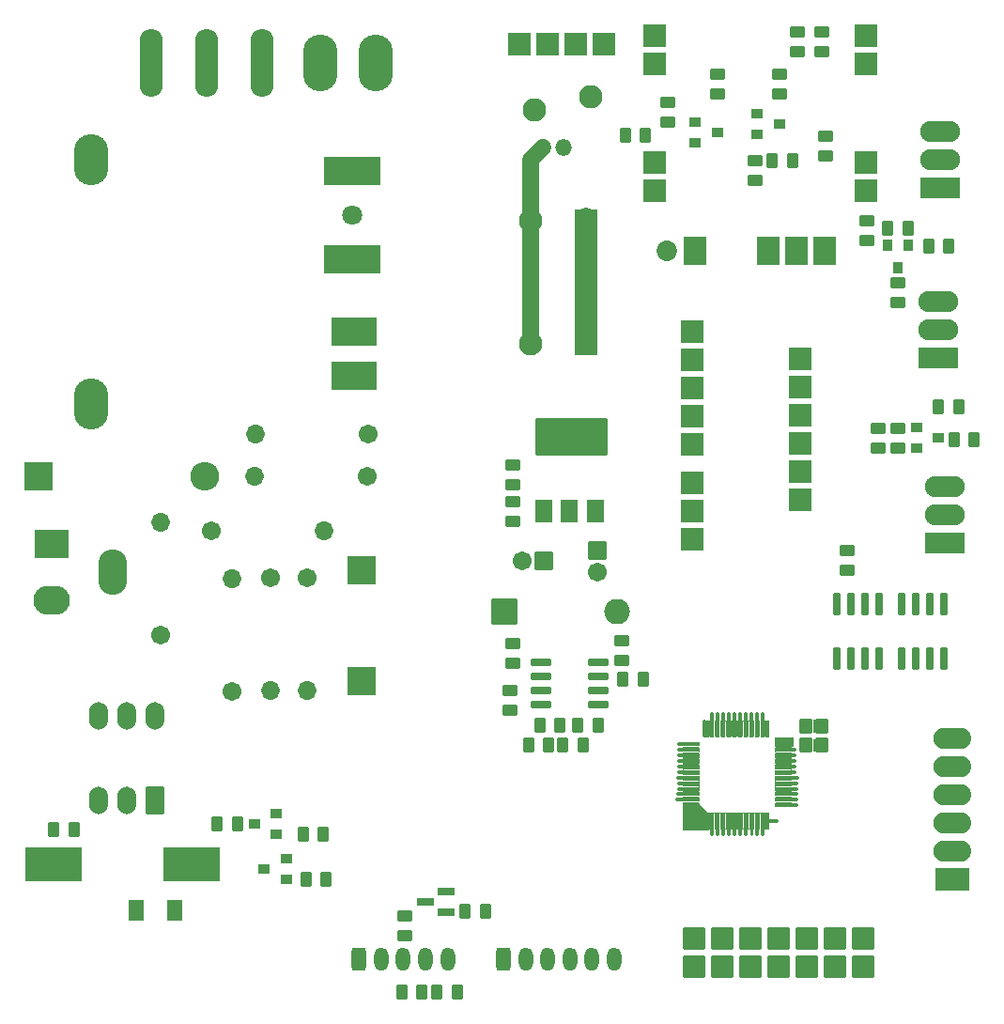
<source format=gts>
G04 #@! TF.GenerationSoftware,KiCad,Pcbnew,(6.0.1)*
G04 #@! TF.CreationDate,2022-02-14T21:07:25+01:00*
G04 #@! TF.ProjectId,hotair-soldering-station-main-pcb ,686f7461-6972-42d7-936f-6c646572696e,rev?*
G04 #@! TF.SameCoordinates,Original*
G04 #@! TF.FileFunction,Soldermask,Top*
G04 #@! TF.FilePolarity,Negative*
%FSLAX46Y46*%
G04 Gerber Fmt 4.6, Leading zero omitted, Abs format (unit mm)*
G04 Created by KiCad (PCBNEW (6.0.1)) date 2022-02-14 21:07:25*
%MOMM*%
%LPD*%
G01*
G04 APERTURE LIST*
G04 Aperture macros list*
%AMRoundRect*
0 Rectangle with rounded corners*
0 $1 Rounding radius*
0 $2 $3 $4 $5 $6 $7 $8 $9 X,Y pos of 4 corners*
0 Add a 4 corners polygon primitive as box body*
4,1,4,$2,$3,$4,$5,$6,$7,$8,$9,$2,$3,0*
0 Add four circle primitives for the rounded corners*
1,1,$1+$1,$2,$3*
1,1,$1+$1,$4,$5*
1,1,$1+$1,$6,$7*
1,1,$1+$1,$8,$9*
0 Add four rect primitives between the rounded corners*
20,1,$1+$1,$2,$3,$4,$5,0*
20,1,$1+$1,$4,$5,$6,$7,0*
20,1,$1+$1,$6,$7,$8,$9,0*
20,1,$1+$1,$8,$9,$2,$3,0*%
G04 Aperture macros list end*
%ADD10C,0.280000*%
%ADD11C,0.300000*%
%ADD12C,0.100000*%
%ADD13C,1.500000*%
%ADD14C,2.000000*%
%ADD15RoundRect,0.101600X-0.398780X-0.599440X0.398780X-0.599440X0.398780X0.599440X-0.398780X0.599440X0*%
%ADD16RoundRect,0.101600X0.599440X-0.398780X0.599440X0.398780X-0.599440X0.398780X-0.599440X-0.398780X0*%
%ADD17RoundRect,0.101600X0.398780X0.599440X-0.398780X0.599440X-0.398780X-0.599440X0.398780X-0.599440X0*%
%ADD18RoundRect,0.051000X0.450000X0.400000X-0.450000X0.400000X-0.450000X-0.400000X0.450000X-0.400000X0*%
%ADD19RoundRect,0.051000X-0.400000X0.450000X-0.400000X-0.450000X0.400000X-0.450000X0.400000X0.450000X0*%
%ADD20RoundRect,0.101600X-0.599440X0.398780X-0.599440X-0.398780X0.599440X-0.398780X0.599440X0.398780X0*%
%ADD21RoundRect,0.051000X0.750000X-1.000000X0.750000X1.000000X-0.750000X1.000000X-0.750000X-1.000000X0*%
%ADD22RoundRect,0.051000X1.900000X-1.000000X1.900000X1.000000X-1.900000X1.000000X-1.900000X-1.000000X0*%
%ADD23RoundRect,0.051000X0.650000X0.850000X-0.650000X0.850000X-0.650000X-0.850000X0.650000X-0.850000X0*%
%ADD24RoundRect,0.051000X-0.450000X-0.400000X0.450000X-0.400000X0.450000X0.400000X-0.450000X0.400000X0*%
%ADD25RoundRect,0.201000X-0.150000X0.825000X-0.150000X-0.825000X0.150000X-0.825000X0.150000X0.825000X0*%
%ADD26RoundRect,0.201000X-0.725000X-0.150000X0.725000X-0.150000X0.725000X0.150000X-0.725000X0.150000X0*%
%ADD27RoundRect,0.126000X0.075000X-0.662500X0.075000X0.662500X-0.075000X0.662500X-0.075000X-0.662500X0*%
%ADD28RoundRect,0.126000X0.662500X-0.075000X0.662500X0.075000X-0.662500X0.075000X-0.662500X-0.075000X0*%
%ADD29RoundRect,0.101600X-0.499110X0.549910X-0.499110X-0.549910X0.499110X-0.549910X0.499110X0.549910X0*%
%ADD30RoundRect,0.201000X0.587500X0.150000X-0.587500X0.150000X-0.587500X-0.150000X0.587500X-0.150000X0*%
%ADD31O,3.102000X5.102000*%
%ADD32RoundRect,0.051000X-1.000000X-1.000000X1.000000X-1.000000X1.000000X1.000000X-1.000000X1.000000X0*%
%ADD33RoundRect,0.051000X1.000000X1.000000X-1.000000X1.000000X-1.000000X-1.000000X1.000000X-1.000000X0*%
%ADD34RoundRect,0.051000X0.800000X0.800000X-0.800000X0.800000X-0.800000X-0.800000X0.800000X-0.800000X0*%
%ADD35C,1.702000*%
%ADD36RoundRect,0.051000X-1.100000X-1.100000X1.100000X-1.100000X1.100000X1.100000X-1.100000X1.100000X0*%
%ADD37O,2.302000X2.302000*%
%ADD38RoundRect,0.051000X-0.800000X0.800000X-0.800000X-0.800000X0.800000X-0.800000X0.800000X0.800000X0*%
%ADD39C,1.502000*%
%ADD40O,1.502000X1.502000*%
%ADD41RoundRect,0.051000X0.800000X-1.200000X0.800000X1.200000X-0.800000X1.200000X-0.800000X-1.200000X0*%
%ADD42O,1.702000X2.502000*%
%ADD43O,1.702000X1.702000*%
%ADD44RoundRect,0.051000X-1.500000X1.250000X-1.500000X-1.250000X1.500000X-1.250000X1.500000X1.250000X0*%
%ADD45O,2.602000X4.102000*%
%ADD46O,3.302000X2.602000*%
%ADD47RoundRect,0.051000X-1.500000X-1.000000X1.500000X-1.000000X1.500000X1.000000X-1.500000X1.000000X0*%
%ADD48O,3.402000X1.902000*%
%ADD49RoundRect,0.051000X-1.000000X1.000000X-1.000000X-1.000000X1.000000X-1.000000X1.000000X1.000000X0*%
%ADD50RoundRect,0.051000X1.750000X-0.900000X1.750000X0.900000X-1.750000X0.900000X-1.750000X-0.900000X0*%
%ADD51O,3.602000X1.902000*%
%ADD52RoundRect,0.051000X-2.500000X-1.500000X2.500000X-1.500000X2.500000X1.500000X-2.500000X1.500000X0*%
%ADD53RoundRect,0.051000X2.000000X-1.250000X2.000000X1.250000X-2.000000X1.250000X-2.000000X-1.250000X0*%
%ADD54RoundRect,0.051000X1.000000X1.250000X-1.000000X1.250000X-1.000000X-1.250000X1.000000X-1.250000X0*%
%ADD55C,1.800000*%
%ADD56RoundRect,0.051000X2.500000X-1.250000X2.500000X1.250000X-2.500000X1.250000X-2.500000X-1.250000X0*%
%ADD57C,2.102000*%
%ADD58C,1.852000*%
%ADD59RoundRect,0.051000X-0.950000X0.950000X-0.950000X-0.950000X0.950000X-0.950000X0.950000X0.950000X0*%
%ADD60O,3.102000X4.602000*%
%ADD61O,2.602000X2.602000*%
%ADD62RoundRect,0.051000X1.250000X1.250000X-1.250000X1.250000X-1.250000X-1.250000X1.250000X-1.250000X0*%
%ADD63RoundRect,0.051000X1.250000X-1.250000X1.250000X1.250000X-1.250000X1.250000X-1.250000X-1.250000X0*%
%ADD64O,2.102000X6.102000*%
%ADD65C,2.112000*%
%ADD66RoundRect,0.301000X-0.350000X-0.750000X0.350000X-0.750000X0.350000X0.750000X-0.350000X0.750000X0*%
%ADD67O,1.302000X2.102000*%
G04 APERTURE END LIST*
D10*
X64710000Y-58720000D02*
X70980000Y-58720000D01*
X70980000Y-58720000D02*
X70980000Y-55590000D01*
X70980000Y-55590000D02*
X64710000Y-55590000D01*
X64710000Y-55590000D02*
X64710000Y-58720000D01*
G36*
X64710000Y-58720000D02*
G01*
X70980000Y-58720000D01*
X70980000Y-55590000D01*
X64710000Y-55590000D01*
X64710000Y-58720000D01*
G37*
D11*
X79820000Y-83440600D02*
X79820000Y-84120000D01*
X79830000Y-82830600D02*
X79830000Y-83389400D01*
X80560000Y-82120600D02*
X80560000Y-82679400D01*
X81050000Y-82120600D02*
X81050000Y-82679400D01*
X81550000Y-82130600D02*
X81550000Y-82689400D01*
X82050000Y-82150600D02*
X82050000Y-82709400D01*
X82560000Y-82160600D02*
X82560000Y-82719400D01*
X83050000Y-82170600D02*
X83050000Y-82729400D01*
X83550000Y-82170600D02*
X83550000Y-82729400D01*
X84050000Y-82180600D02*
X84050000Y-82739400D01*
X84560000Y-82180600D02*
X84560000Y-82739400D01*
X85050000Y-82180600D02*
X85050000Y-82739400D01*
X78099400Y-85880000D02*
X77540600Y-85880000D01*
X88138000Y-89880000D02*
X87579200Y-89880000D01*
X87934800Y-86880000D02*
X87426800Y-86880000D01*
D12*
X80187800Y-91084400D02*
X80187800Y-92583000D01*
X80187800Y-92583000D02*
X77876400Y-92583000D01*
X77876400Y-92583000D02*
X77901800Y-90246200D01*
X77901800Y-90246200D02*
X79349600Y-90246200D01*
X79349600Y-90246200D02*
X80187800Y-91084400D01*
G36*
X80187800Y-91084400D02*
G01*
X80187800Y-92583000D01*
X77876400Y-92583000D01*
X77901800Y-90246200D01*
X79349600Y-90246200D01*
X80187800Y-91084400D01*
G37*
X80187800Y-91084400D02*
X80187800Y-92583000D01*
X77876400Y-92583000D01*
X77901800Y-90246200D01*
X79349600Y-90246200D01*
X80187800Y-91084400D01*
D11*
X87985600Y-86380000D02*
X87376000Y-86380000D01*
X88220000Y-87880000D02*
X87452200Y-87880000D01*
X85060000Y-92964000D02*
X85060000Y-92456000D01*
X83058000Y-92964000D02*
X83058000Y-92405200D01*
X77927200Y-84880000D02*
X77571600Y-84880000D01*
X77520800Y-88880000D02*
X78130400Y-88880000D01*
D10*
X84074000Y-92964000D02*
X84074000Y-92405200D01*
D11*
X83560000Y-92960000D02*
X83560000Y-92452000D01*
X77470000Y-87880000D02*
X78130400Y-87880000D01*
X77571600Y-88380000D02*
X78079600Y-88380000D01*
D13*
X64160400Y-48818800D02*
X64211200Y-32207200D01*
D11*
X88138000Y-89380000D02*
X87579200Y-89380000D01*
D14*
X69189600Y-48742600D02*
X69189600Y-37515800D01*
D11*
X81560000Y-92964000D02*
X81560000Y-92405200D01*
D12*
X86233000Y-84228000D02*
X87812400Y-84228000D01*
X87812400Y-84228000D02*
X87812400Y-85013800D01*
X87812400Y-85013800D02*
X86233000Y-85013800D01*
X86233000Y-85013800D02*
X86233000Y-84228000D01*
G36*
X86233000Y-84228000D02*
G01*
X87812400Y-84228000D01*
X87812400Y-85013800D01*
X86233000Y-85013800D01*
X86233000Y-84228000D01*
G37*
D11*
X77520800Y-87376000D02*
X78079600Y-87376000D01*
X85638800Y-91820000D02*
X86350000Y-91820000D01*
X87960200Y-87380000D02*
X87401400Y-87380000D01*
X77469800Y-89380000D02*
X78130200Y-89380000D01*
X80550000Y-92506800D02*
X80550000Y-92964000D01*
X88138000Y-88880000D02*
X87579200Y-88880000D01*
X87985600Y-85877400D02*
X87477600Y-85877400D01*
X78079600Y-86880000D02*
X77571600Y-86880000D01*
X77419200Y-89880000D02*
X78079600Y-89880000D01*
X87985600Y-85380000D02*
X87528400Y-85380000D01*
X81050000Y-92964000D02*
X81050000Y-92456000D01*
D13*
X64211200Y-32207200D02*
X65278000Y-31089600D01*
D11*
X77978000Y-85380000D02*
X77571600Y-85380000D01*
X82050000Y-92964000D02*
X82050000Y-92354400D01*
X84560000Y-92964000D02*
X84560000Y-92405200D01*
X78129400Y-86380000D02*
X77570600Y-86380000D01*
X88138000Y-88380000D02*
X87528400Y-88380000D01*
X87020400Y-90380000D02*
X88138000Y-90380000D01*
X82550000Y-92964000D02*
X82550000Y-92456000D01*
D10*
X64710000Y-58720000D02*
X70980000Y-58720000D01*
X70980000Y-58720000D02*
X70980000Y-55590000D01*
X70980000Y-55590000D02*
X64710000Y-55590000D01*
X64710000Y-55590000D02*
X64710000Y-58720000D01*
G36*
X64710000Y-58720000D02*
G01*
X70980000Y-58720000D01*
X70980000Y-55590000D01*
X64710000Y-55590000D01*
X64710000Y-58720000D01*
G37*
D11*
X79820000Y-83440600D02*
X79820000Y-84120000D01*
X79830000Y-82830600D02*
X79830000Y-83389400D01*
X80560000Y-82120600D02*
X80560000Y-82679400D01*
X81050000Y-82120600D02*
X81050000Y-82679400D01*
X81550000Y-82130600D02*
X81550000Y-82689400D01*
X82050000Y-82150600D02*
X82050000Y-82709400D01*
X82560000Y-82160600D02*
X82560000Y-82719400D01*
X83050000Y-82170600D02*
X83050000Y-82729400D01*
X83550000Y-82170600D02*
X83550000Y-82729400D01*
X84050000Y-82180600D02*
X84050000Y-82739400D01*
X84560000Y-82180600D02*
X84560000Y-82739400D01*
X85050000Y-82180600D02*
X85050000Y-82739400D01*
X78099400Y-85880000D02*
X77540600Y-85880000D01*
X88138000Y-89880000D02*
X87579200Y-89880000D01*
X87934800Y-86880000D02*
X87426800Y-86880000D01*
D12*
X80187800Y-91084400D02*
X80187800Y-92583000D01*
X80187800Y-92583000D02*
X77876400Y-92583000D01*
X77876400Y-92583000D02*
X77901800Y-90246200D01*
X77901800Y-90246200D02*
X79349600Y-90246200D01*
X79349600Y-90246200D02*
X80187800Y-91084400D01*
G36*
X80187800Y-91084400D02*
G01*
X80187800Y-92583000D01*
X77876400Y-92583000D01*
X77901800Y-90246200D01*
X79349600Y-90246200D01*
X80187800Y-91084400D01*
G37*
X80187800Y-91084400D02*
X80187800Y-92583000D01*
X77876400Y-92583000D01*
X77901800Y-90246200D01*
X79349600Y-90246200D01*
X80187800Y-91084400D01*
D11*
X87985600Y-86380000D02*
X87376000Y-86380000D01*
X88220000Y-87880000D02*
X87452200Y-87880000D01*
X85060000Y-92964000D02*
X85060000Y-92456000D01*
X83058000Y-92964000D02*
X83058000Y-92405200D01*
X77927200Y-84880000D02*
X77571600Y-84880000D01*
X77520800Y-88880000D02*
X78130400Y-88880000D01*
D10*
X84074000Y-92964000D02*
X84074000Y-92405200D01*
D11*
X83560000Y-92960000D02*
X83560000Y-92452000D01*
X77470000Y-87880000D02*
X78130400Y-87880000D01*
X77571600Y-88380000D02*
X78079600Y-88380000D01*
D13*
X64160400Y-48818800D02*
X64211200Y-32207200D01*
D11*
X88138000Y-89380000D02*
X87579200Y-89380000D01*
D14*
X69189600Y-48742600D02*
X69189600Y-37515800D01*
D11*
X81560000Y-92964000D02*
X81560000Y-92405200D01*
D12*
X86233000Y-84228000D02*
X87812400Y-84228000D01*
X87812400Y-84228000D02*
X87812400Y-85013800D01*
X87812400Y-85013800D02*
X86233000Y-85013800D01*
X86233000Y-85013800D02*
X86233000Y-84228000D01*
G36*
X86233000Y-84228000D02*
G01*
X87812400Y-84228000D01*
X87812400Y-85013800D01*
X86233000Y-85013800D01*
X86233000Y-84228000D01*
G37*
D11*
X77520800Y-87376000D02*
X78079600Y-87376000D01*
X85638800Y-91820000D02*
X86350000Y-91820000D01*
X87960200Y-87380000D02*
X87401400Y-87380000D01*
X77469800Y-89380000D02*
X78130200Y-89380000D01*
X80550000Y-92506800D02*
X80550000Y-92964000D01*
X88138000Y-88880000D02*
X87579200Y-88880000D01*
X87985600Y-85877400D02*
X87477600Y-85877400D01*
X78079600Y-86880000D02*
X77571600Y-86880000D01*
X77419200Y-89880000D02*
X78079600Y-89880000D01*
X87985600Y-85380000D02*
X87528400Y-85380000D01*
X81050000Y-92964000D02*
X81050000Y-92456000D01*
D13*
X64211200Y-32207200D02*
X65278000Y-31089600D01*
D11*
X77978000Y-85380000D02*
X77571600Y-85380000D01*
X82050000Y-92964000D02*
X82050000Y-92354400D01*
X84560000Y-92964000D02*
X84560000Y-92405200D01*
X78129400Y-86380000D02*
X77570600Y-86380000D01*
X88138000Y-88380000D02*
X87528400Y-88380000D01*
X87020400Y-90380000D02*
X88138000Y-90380000D01*
X82550000Y-92964000D02*
X82550000Y-92456000D01*
D15*
X43931840Y-97028000D03*
X45730160Y-97028000D03*
D16*
X62611000Y-77617320D03*
X62611000Y-75819000D03*
D17*
X37729160Y-92075000D03*
X35930840Y-92075000D03*
D18*
X42148000Y-97089000D03*
X42148000Y-95189000D03*
X40148000Y-96139000D03*
X41259000Y-93025000D03*
X41259000Y-91125000D03*
X39259000Y-92075000D03*
D17*
X45476160Y-92964000D03*
X43677840Y-92964000D03*
D16*
X72390000Y-77353160D03*
X72390000Y-75554840D03*
D15*
X96382840Y-38354000D03*
X98181160Y-38354000D03*
D19*
X98232000Y-39894000D03*
X96332000Y-39894000D03*
X97282000Y-41894000D03*
D16*
X97282000Y-45095160D03*
X97282000Y-43296840D03*
D15*
X100065840Y-40005000D03*
X101864160Y-40005000D03*
D20*
X94488000Y-37708840D03*
X94488000Y-39507160D03*
D21*
X65391000Y-63856000D03*
D22*
X67691000Y-57556000D03*
D21*
X67691000Y-63856000D03*
X69991000Y-63856000D03*
D20*
X62611000Y-62981840D03*
X62611000Y-64780160D03*
X62611000Y-59679840D03*
X62611000Y-61478160D03*
D23*
X32103000Y-99822000D03*
X28603000Y-99822000D03*
D17*
X22997160Y-92583000D03*
X21198840Y-92583000D03*
D16*
X76581000Y-28839160D03*
X76581000Y-27040840D03*
X90424000Y-22489160D03*
X90424000Y-20690840D03*
D15*
X63997840Y-84912200D03*
X65796160Y-84912200D03*
D17*
X68894960Y-84912200D03*
X67096640Y-84912200D03*
D24*
X79010000Y-28768000D03*
X79010000Y-30668000D03*
X81010000Y-29718000D03*
X84598000Y-28006000D03*
X84598000Y-29906000D03*
X86598000Y-28956000D03*
X98949000Y-56327000D03*
X98949000Y-58227000D03*
X100949000Y-57277000D03*
D20*
X92710000Y-67426840D03*
X92710000Y-69225160D03*
D15*
X72735440Y-29997400D03*
X74533760Y-29997400D03*
D20*
X81026000Y-24500840D03*
X81026000Y-26299160D03*
X86614000Y-24500840D03*
X86614000Y-26299160D03*
X84455000Y-32247840D03*
X84455000Y-34046160D03*
D17*
X87767160Y-32258000D03*
X85968840Y-32258000D03*
D20*
X90805000Y-30088840D03*
X90805000Y-31887160D03*
X88265000Y-20690840D03*
X88265000Y-22489160D03*
D16*
X62357000Y-81798160D03*
X62357000Y-79999840D03*
D17*
X66812160Y-83185000D03*
X65013840Y-83185000D03*
D20*
X95504000Y-56377840D03*
X95504000Y-58176160D03*
D16*
X97282000Y-58176160D03*
X97282000Y-56377840D03*
D17*
X102753160Y-54483000D03*
X100954840Y-54483000D03*
X104175560Y-57404000D03*
X102377240Y-57404000D03*
D15*
X68442840Y-83185000D03*
X70241160Y-83185000D03*
X72506840Y-78994000D03*
X74305160Y-78994000D03*
D25*
X95631000Y-72201000D03*
X94361000Y-72201000D03*
X93091000Y-72201000D03*
X91821000Y-72201000D03*
X91821000Y-77151000D03*
X93091000Y-77151000D03*
X94361000Y-77151000D03*
X95631000Y-77151000D03*
X101473000Y-72201000D03*
X100203000Y-72201000D03*
X98933000Y-72201000D03*
X97663000Y-72201000D03*
X97663000Y-77151000D03*
X98933000Y-77151000D03*
X100203000Y-77151000D03*
X101473000Y-77151000D03*
D26*
X65116000Y-77470000D03*
X65116000Y-78740000D03*
X65116000Y-80010000D03*
X65116000Y-81280000D03*
X70266000Y-81280000D03*
X70266000Y-80010000D03*
X70266000Y-78740000D03*
X70266000Y-77470000D03*
D27*
X80054000Y-91792500D03*
X80554000Y-91792500D03*
X81054000Y-91792500D03*
X81554000Y-91792500D03*
X82054000Y-91792500D03*
X82554000Y-91792500D03*
X83054000Y-91792500D03*
X83554000Y-91792500D03*
X84054000Y-91792500D03*
X84554000Y-91792500D03*
X85054000Y-91792500D03*
X85554000Y-91792500D03*
D28*
X86966500Y-90380000D03*
X86966500Y-89880000D03*
X86966500Y-89380000D03*
X86966500Y-88880000D03*
X86966500Y-88380000D03*
X86966500Y-87880000D03*
X86966500Y-87380000D03*
X86966500Y-86880000D03*
X86966500Y-86380000D03*
X86966500Y-85880000D03*
X86966500Y-85380000D03*
X86966500Y-84880000D03*
D27*
X85554000Y-83467500D03*
X85054000Y-83467500D03*
X84554000Y-83467500D03*
X84054000Y-83467500D03*
X83554000Y-83467500D03*
X83054000Y-83467500D03*
X82554000Y-83467500D03*
X82054000Y-83467500D03*
X81554000Y-83467500D03*
X81054000Y-83467500D03*
X80554000Y-83467500D03*
X80054000Y-83467500D03*
D28*
X78641500Y-84880000D03*
X78641500Y-85380000D03*
X78641500Y-85880000D03*
X78641500Y-86380000D03*
X78641500Y-86880000D03*
X78641500Y-87380000D03*
X78641500Y-87880000D03*
X78641500Y-88380000D03*
X78641500Y-88880000D03*
X78641500Y-89380000D03*
X78641500Y-89880000D03*
X78641500Y-90380000D03*
D29*
X90424000Y-83225640D03*
X90424000Y-84922360D03*
D15*
X52567840Y-107188000D03*
X54366160Y-107188000D03*
D16*
X52832000Y-102118160D03*
X52832000Y-100319840D03*
D15*
X55742840Y-107188000D03*
X57541160Y-107188000D03*
X58282840Y-99949000D03*
X60081160Y-99949000D03*
D30*
X56563500Y-100010000D03*
X56563500Y-98110000D03*
X54688500Y-99060000D03*
D29*
X89027000Y-83225640D03*
X89027000Y-84922360D03*
D31*
X45220000Y-23473400D03*
X50220000Y-23473400D03*
D32*
X75361800Y-23571200D03*
X75361800Y-21031200D03*
X75361800Y-32461200D03*
X75361800Y-35001200D03*
X94411800Y-23571200D03*
X94411800Y-21031200D03*
X94411800Y-35001200D03*
X94411800Y-32461200D03*
D33*
X70766000Y-21742000D03*
X68226000Y-21742000D03*
X65686000Y-21742000D03*
X63146000Y-21742000D03*
D34*
X65379600Y-68376800D03*
D35*
X63379600Y-68376800D03*
D36*
X61849000Y-72948800D03*
D37*
X72009000Y-72948800D03*
D38*
X70231000Y-67391500D03*
D35*
X70231000Y-69391500D03*
D39*
X65262000Y-31115000D03*
D40*
X67162000Y-31115000D03*
D41*
X30305000Y-89914000D03*
D42*
X27765000Y-89914000D03*
X25225000Y-89914000D03*
X25225000Y-82294000D03*
X27765000Y-82294000D03*
X30305000Y-82294000D03*
D35*
X30861000Y-75057000D03*
D43*
X30861000Y-64897000D03*
D44*
X21004200Y-66827400D03*
D45*
X26492200Y-69367400D03*
D46*
X21004200Y-71907400D03*
D47*
X102235000Y-97028000D03*
D48*
X102235000Y-94488000D03*
X102235000Y-91948000D03*
X102235000Y-89408000D03*
X102235000Y-86868000D03*
X102235000Y-84328000D03*
D49*
X88456000Y-50103000D03*
X88456000Y-52643000D03*
X88456000Y-55183000D03*
X88456000Y-57723000D03*
X88456000Y-60263000D03*
X88456000Y-62803000D03*
D50*
X100909000Y-50038000D03*
D51*
X100909000Y-47498000D03*
X100909000Y-44958000D03*
D52*
X21153000Y-95687000D03*
X33653000Y-95687000D03*
D53*
X48260000Y-51689000D03*
X48260000Y-47729000D03*
D54*
X90638000Y-40369000D03*
X88138000Y-40369000D03*
X85638000Y-40369000D03*
D55*
X48133000Y-37188000D03*
D56*
X48133000Y-41148000D03*
X48133000Y-33228000D03*
D33*
X69175000Y-37719000D03*
D57*
X64175000Y-37719000D03*
D54*
X78974000Y-40369000D03*
D58*
X76474000Y-40369000D03*
D59*
X78949500Y-102367500D03*
X81489500Y-102367500D03*
X84029500Y-102367500D03*
X86569500Y-102367500D03*
X89109500Y-102367500D03*
X91649500Y-102367500D03*
X94189500Y-102367500D03*
X94189500Y-104907500D03*
X91649500Y-104907500D03*
X89109500Y-104907500D03*
X86569500Y-104907500D03*
X84029500Y-104907500D03*
X81489500Y-104907500D03*
X78949500Y-104907500D03*
D60*
X24536000Y-54180000D03*
X24536000Y-32180000D03*
D61*
X34798000Y-60756800D03*
D62*
X19798000Y-60756800D03*
D63*
X48945800Y-79197200D03*
X48945800Y-69197200D03*
D64*
X39957000Y-23463000D03*
X34957000Y-23463000D03*
X29957000Y-23463000D03*
D65*
X69596000Y-26543000D03*
X64496000Y-27743000D03*
D50*
X101475500Y-66751200D03*
D51*
X101475500Y-64211200D03*
X101475500Y-61671200D03*
D35*
X44069000Y-69900800D03*
D43*
X44069000Y-80060800D03*
D35*
X35413000Y-65659000D03*
D43*
X45573000Y-65659000D03*
D35*
X49550000Y-56896000D03*
D43*
X39390000Y-56896000D03*
D35*
X49423000Y-60706000D03*
D43*
X39263000Y-60706000D03*
D35*
X40690800Y-69900800D03*
D43*
X40690800Y-80060800D03*
D35*
X37261800Y-80111600D03*
D43*
X37261800Y-69951600D03*
D33*
X69175000Y-48768000D03*
D57*
X64175000Y-48768000D03*
D50*
X101092000Y-34696400D03*
D51*
X101092000Y-32156400D03*
X101092000Y-29616400D03*
D49*
X78754000Y-61282000D03*
X78754000Y-63822000D03*
X78754000Y-66362000D03*
D66*
X61722000Y-104267000D03*
D67*
X63722000Y-104267000D03*
X65722000Y-104267000D03*
X67722000Y-104267000D03*
X69722000Y-104267000D03*
X71722000Y-104267000D03*
D66*
X48705000Y-104225000D03*
D67*
X50705000Y-104225000D03*
X52705000Y-104225000D03*
X54705000Y-104225000D03*
X56705000Y-104225000D03*
D49*
X78754000Y-47693000D03*
X78754000Y-50233000D03*
X78754000Y-52773000D03*
X78754000Y-55313000D03*
X78754000Y-57853000D03*
G36*
X83722693Y-91044460D02*
G01*
X83735425Y-91052967D01*
X83801789Y-91073747D01*
X83872589Y-91052958D01*
X83885307Y-91044460D01*
X83887303Y-91044329D01*
X83888414Y-91045992D01*
X83888081Y-91047234D01*
X83864476Y-91082561D01*
X83855000Y-91130199D01*
X83855000Y-92454801D01*
X83864476Y-92502439D01*
X83888081Y-92537766D01*
X83888212Y-92539762D01*
X83886549Y-92540873D01*
X83885307Y-92540540D01*
X83872575Y-92532033D01*
X83806211Y-92511253D01*
X83735411Y-92532042D01*
X83722693Y-92540540D01*
X83720697Y-92540671D01*
X83719586Y-92539008D01*
X83719919Y-92537766D01*
X83743524Y-92502439D01*
X83753000Y-92454801D01*
X83753000Y-91130199D01*
X83743524Y-91082561D01*
X83719919Y-91047234D01*
X83719788Y-91045238D01*
X83721451Y-91044127D01*
X83722693Y-91044460D01*
G37*
G36*
X82222693Y-91044460D02*
G01*
X82235425Y-91052967D01*
X82301789Y-91073747D01*
X82372589Y-91052958D01*
X82385307Y-91044460D01*
X82387303Y-91044329D01*
X82388414Y-91045992D01*
X82388081Y-91047234D01*
X82364476Y-91082561D01*
X82355000Y-91130199D01*
X82355000Y-92454801D01*
X82364476Y-92502439D01*
X82388081Y-92537766D01*
X82388212Y-92539762D01*
X82386549Y-92540873D01*
X82385307Y-92540540D01*
X82372575Y-92532033D01*
X82306211Y-92511253D01*
X82235411Y-92532042D01*
X82222693Y-92540540D01*
X82220697Y-92540671D01*
X82219586Y-92539008D01*
X82219919Y-92537766D01*
X82243524Y-92502439D01*
X82253000Y-92454801D01*
X82253000Y-91130199D01*
X82243524Y-91082561D01*
X82219919Y-91047234D01*
X82219788Y-91045238D01*
X82221451Y-91044127D01*
X82222693Y-91044460D01*
G37*
G36*
X84722693Y-91044460D02*
G01*
X84735425Y-91052967D01*
X84801789Y-91073747D01*
X84872589Y-91052958D01*
X84885307Y-91044460D01*
X84887303Y-91044329D01*
X84888414Y-91045992D01*
X84888081Y-91047234D01*
X84864476Y-91082561D01*
X84855000Y-91130199D01*
X84855000Y-92454801D01*
X84864476Y-92502439D01*
X84888081Y-92537766D01*
X84888212Y-92539762D01*
X84886549Y-92540873D01*
X84885307Y-92540540D01*
X84872575Y-92532033D01*
X84806211Y-92511253D01*
X84735411Y-92532042D01*
X84722693Y-92540540D01*
X84720697Y-92540671D01*
X84719586Y-92539008D01*
X84719919Y-92537766D01*
X84743524Y-92502439D01*
X84753000Y-92454801D01*
X84753000Y-91130199D01*
X84743524Y-91082561D01*
X84719919Y-91047234D01*
X84719788Y-91045238D01*
X84721451Y-91044127D01*
X84722693Y-91044460D01*
G37*
G36*
X85222693Y-91044460D02*
G01*
X85235425Y-91052967D01*
X85301789Y-91073747D01*
X85372589Y-91052958D01*
X85385307Y-91044460D01*
X85387303Y-91044329D01*
X85388414Y-91045992D01*
X85388081Y-91047234D01*
X85364476Y-91082561D01*
X85355000Y-91130199D01*
X85355000Y-92454801D01*
X85364476Y-92502439D01*
X85388081Y-92537766D01*
X85388212Y-92539762D01*
X85386549Y-92540873D01*
X85385307Y-92540540D01*
X85372575Y-92532033D01*
X85306211Y-92511253D01*
X85235411Y-92532042D01*
X85222693Y-92540540D01*
X85220697Y-92540671D01*
X85219586Y-92539008D01*
X85219919Y-92537766D01*
X85243524Y-92502439D01*
X85253000Y-92454801D01*
X85253000Y-91130199D01*
X85243524Y-91082561D01*
X85219919Y-91047234D01*
X85219788Y-91045238D01*
X85221451Y-91044127D01*
X85222693Y-91044460D01*
G37*
G36*
X80222693Y-91044460D02*
G01*
X80235425Y-91052967D01*
X80301789Y-91073747D01*
X80372589Y-91052958D01*
X80385307Y-91044460D01*
X80387303Y-91044329D01*
X80388414Y-91045992D01*
X80388081Y-91047234D01*
X80364476Y-91082561D01*
X80355000Y-91130199D01*
X80355000Y-92454801D01*
X80364476Y-92502439D01*
X80388081Y-92537766D01*
X80388212Y-92539762D01*
X80386549Y-92540873D01*
X80385307Y-92540540D01*
X80372575Y-92532033D01*
X80306211Y-92511253D01*
X80235411Y-92532042D01*
X80222693Y-92540540D01*
X80220697Y-92540671D01*
X80219586Y-92539008D01*
X80219919Y-92537766D01*
X80243524Y-92502439D01*
X80253000Y-92454801D01*
X80253000Y-91130199D01*
X80243524Y-91082561D01*
X80219919Y-91047234D01*
X80219788Y-91045238D01*
X80221451Y-91044127D01*
X80222693Y-91044460D01*
G37*
G36*
X81222693Y-91044460D02*
G01*
X81235425Y-91052967D01*
X81301789Y-91073747D01*
X81372589Y-91052958D01*
X81385307Y-91044460D01*
X81387303Y-91044329D01*
X81388414Y-91045992D01*
X81388081Y-91047234D01*
X81364476Y-91082561D01*
X81355000Y-91130199D01*
X81355000Y-92454801D01*
X81364476Y-92502439D01*
X81388081Y-92537766D01*
X81388212Y-92539762D01*
X81386549Y-92540873D01*
X81385307Y-92540540D01*
X81372575Y-92532033D01*
X81306211Y-92511253D01*
X81235411Y-92532042D01*
X81222693Y-92540540D01*
X81220697Y-92540671D01*
X81219586Y-92539008D01*
X81219919Y-92537766D01*
X81243524Y-92502439D01*
X81253000Y-92454801D01*
X81253000Y-91130199D01*
X81243524Y-91082561D01*
X81219919Y-91047234D01*
X81219788Y-91045238D01*
X81221451Y-91044127D01*
X81222693Y-91044460D01*
G37*
G36*
X80722693Y-91044460D02*
G01*
X80735425Y-91052967D01*
X80801789Y-91073747D01*
X80872589Y-91052958D01*
X80885307Y-91044460D01*
X80887303Y-91044329D01*
X80888414Y-91045992D01*
X80888081Y-91047234D01*
X80864476Y-91082561D01*
X80855000Y-91130199D01*
X80855000Y-92454801D01*
X80864476Y-92502439D01*
X80888081Y-92537766D01*
X80888212Y-92539762D01*
X80886549Y-92540873D01*
X80885307Y-92540540D01*
X80872575Y-92532033D01*
X80806211Y-92511253D01*
X80735411Y-92532042D01*
X80722693Y-92540540D01*
X80720697Y-92540671D01*
X80719586Y-92539008D01*
X80719919Y-92537766D01*
X80743524Y-92502439D01*
X80753000Y-92454801D01*
X80753000Y-91130199D01*
X80743524Y-91082561D01*
X80719919Y-91047234D01*
X80719788Y-91045238D01*
X80721451Y-91044127D01*
X80722693Y-91044460D01*
G37*
G36*
X81722693Y-91044460D02*
G01*
X81735425Y-91052967D01*
X81801789Y-91073747D01*
X81872589Y-91052958D01*
X81885307Y-91044460D01*
X81887303Y-91044329D01*
X81888414Y-91045992D01*
X81888081Y-91047234D01*
X81864476Y-91082561D01*
X81855000Y-91130199D01*
X81855000Y-92454801D01*
X81864476Y-92502439D01*
X81888081Y-92537766D01*
X81888212Y-92539762D01*
X81886549Y-92540873D01*
X81885307Y-92540540D01*
X81872575Y-92532033D01*
X81806211Y-92511253D01*
X81735411Y-92532042D01*
X81722693Y-92540540D01*
X81720697Y-92540671D01*
X81719586Y-92539008D01*
X81719919Y-92537766D01*
X81743524Y-92502439D01*
X81753000Y-92454801D01*
X81753000Y-91130199D01*
X81743524Y-91082561D01*
X81719919Y-91047234D01*
X81719788Y-91045238D01*
X81721451Y-91044127D01*
X81722693Y-91044460D01*
G37*
G36*
X82722693Y-91044460D02*
G01*
X82735425Y-91052967D01*
X82801789Y-91073747D01*
X82872589Y-91052958D01*
X82885307Y-91044460D01*
X82887303Y-91044329D01*
X82888414Y-91045992D01*
X82888081Y-91047234D01*
X82864476Y-91082561D01*
X82855000Y-91130199D01*
X82855000Y-92454801D01*
X82864476Y-92502439D01*
X82888081Y-92537766D01*
X82888212Y-92539762D01*
X82886549Y-92540873D01*
X82885307Y-92540540D01*
X82872575Y-92532033D01*
X82806211Y-92511253D01*
X82735411Y-92532042D01*
X82722693Y-92540540D01*
X82720697Y-92540671D01*
X82719586Y-92539008D01*
X82719919Y-92537766D01*
X82743524Y-92502439D01*
X82753000Y-92454801D01*
X82753000Y-91130199D01*
X82743524Y-91082561D01*
X82719919Y-91047234D01*
X82719788Y-91045238D01*
X82721451Y-91044127D01*
X82722693Y-91044460D01*
G37*
G36*
X84222693Y-91044460D02*
G01*
X84235425Y-91052967D01*
X84301789Y-91073747D01*
X84372589Y-91052958D01*
X84385307Y-91044460D01*
X84387303Y-91044329D01*
X84388414Y-91045992D01*
X84388081Y-91047234D01*
X84364476Y-91082561D01*
X84355000Y-91130199D01*
X84355000Y-92454801D01*
X84364476Y-92502439D01*
X84388081Y-92537766D01*
X84388212Y-92539762D01*
X84386549Y-92540873D01*
X84385307Y-92540540D01*
X84372575Y-92532033D01*
X84306211Y-92511253D01*
X84235411Y-92532042D01*
X84222693Y-92540540D01*
X84220697Y-92540671D01*
X84219586Y-92539008D01*
X84219919Y-92537766D01*
X84243524Y-92502439D01*
X84253000Y-92454801D01*
X84253000Y-91130199D01*
X84243524Y-91082561D01*
X84219919Y-91047234D01*
X84219788Y-91045238D01*
X84221451Y-91044127D01*
X84222693Y-91044460D01*
G37*
G36*
X83222693Y-91044460D02*
G01*
X83235425Y-91052967D01*
X83301789Y-91073747D01*
X83372589Y-91052958D01*
X83385307Y-91044460D01*
X83387303Y-91044329D01*
X83388414Y-91045992D01*
X83388081Y-91047234D01*
X83364476Y-91082561D01*
X83355000Y-91130199D01*
X83355000Y-92454801D01*
X83364476Y-92502439D01*
X83388081Y-92537766D01*
X83388212Y-92539762D01*
X83386549Y-92540873D01*
X83385307Y-92540540D01*
X83372575Y-92532033D01*
X83306211Y-92511253D01*
X83235411Y-92532042D01*
X83222693Y-92540540D01*
X83220697Y-92540671D01*
X83219586Y-92539008D01*
X83219919Y-92537766D01*
X83243524Y-92502439D01*
X83253000Y-92454801D01*
X83253000Y-91130199D01*
X83243524Y-91082561D01*
X83219919Y-91047234D01*
X83219788Y-91045238D01*
X83221451Y-91044127D01*
X83222693Y-91044460D01*
G37*
G36*
X77896234Y-90045919D02*
G01*
X77931561Y-90069524D01*
X77979199Y-90079000D01*
X79303801Y-90079000D01*
X79351439Y-90069524D01*
X79386766Y-90045919D01*
X79388762Y-90045788D01*
X79389873Y-90047451D01*
X79389540Y-90048693D01*
X79381033Y-90061425D01*
X79360253Y-90127789D01*
X79381042Y-90198589D01*
X79389540Y-90211307D01*
X79389671Y-90213303D01*
X79388008Y-90214414D01*
X79386766Y-90214081D01*
X79351439Y-90190476D01*
X79303801Y-90181000D01*
X77979199Y-90181000D01*
X77931561Y-90190476D01*
X77896234Y-90214081D01*
X77894238Y-90214212D01*
X77893127Y-90212549D01*
X77893460Y-90211307D01*
X77901967Y-90198575D01*
X77922747Y-90132211D01*
X77901958Y-90061411D01*
X77893460Y-90048693D01*
X77893329Y-90046697D01*
X77894992Y-90045586D01*
X77896234Y-90045919D01*
G37*
G36*
X86221234Y-90045919D02*
G01*
X86256561Y-90069524D01*
X86304199Y-90079000D01*
X87628801Y-90079000D01*
X87676439Y-90069524D01*
X87711766Y-90045919D01*
X87713762Y-90045788D01*
X87714873Y-90047451D01*
X87714540Y-90048693D01*
X87706033Y-90061425D01*
X87685253Y-90127789D01*
X87706042Y-90198589D01*
X87714540Y-90211307D01*
X87714671Y-90213303D01*
X87713008Y-90214414D01*
X87711766Y-90214081D01*
X87676439Y-90190476D01*
X87628801Y-90181000D01*
X86304199Y-90181000D01*
X86256561Y-90190476D01*
X86221234Y-90214081D01*
X86219238Y-90214212D01*
X86218127Y-90212549D01*
X86218460Y-90211307D01*
X86226967Y-90198575D01*
X86247747Y-90132211D01*
X86226958Y-90061411D01*
X86218460Y-90048693D01*
X86218329Y-90046697D01*
X86219992Y-90045586D01*
X86221234Y-90045919D01*
G37*
G36*
X77896234Y-89545919D02*
G01*
X77931561Y-89569524D01*
X77979199Y-89579000D01*
X79303801Y-89579000D01*
X79351439Y-89569524D01*
X79386766Y-89545919D01*
X79388762Y-89545788D01*
X79389873Y-89547451D01*
X79389540Y-89548693D01*
X79381033Y-89561425D01*
X79360253Y-89627789D01*
X79381042Y-89698589D01*
X79389540Y-89711307D01*
X79389671Y-89713303D01*
X79388008Y-89714414D01*
X79386766Y-89714081D01*
X79351439Y-89690476D01*
X79303801Y-89681000D01*
X77979199Y-89681000D01*
X77931561Y-89690476D01*
X77896234Y-89714081D01*
X77894238Y-89714212D01*
X77893127Y-89712549D01*
X77893460Y-89711307D01*
X77901967Y-89698575D01*
X77922747Y-89632211D01*
X77901958Y-89561411D01*
X77893460Y-89548693D01*
X77893329Y-89546697D01*
X77894992Y-89545586D01*
X77896234Y-89545919D01*
G37*
G36*
X86221234Y-89545919D02*
G01*
X86256561Y-89569524D01*
X86304199Y-89579000D01*
X87628801Y-89579000D01*
X87676439Y-89569524D01*
X87711766Y-89545919D01*
X87713762Y-89545788D01*
X87714873Y-89547451D01*
X87714540Y-89548693D01*
X87706033Y-89561425D01*
X87685253Y-89627789D01*
X87706042Y-89698589D01*
X87714540Y-89711307D01*
X87714671Y-89713303D01*
X87713008Y-89714414D01*
X87711766Y-89714081D01*
X87676439Y-89690476D01*
X87628801Y-89681000D01*
X86304199Y-89681000D01*
X86256561Y-89690476D01*
X86221234Y-89714081D01*
X86219238Y-89714212D01*
X86218127Y-89712549D01*
X86218460Y-89711307D01*
X86226967Y-89698575D01*
X86247747Y-89632211D01*
X86226958Y-89561411D01*
X86218460Y-89548693D01*
X86218329Y-89546697D01*
X86219992Y-89545586D01*
X86221234Y-89545919D01*
G37*
G36*
X86221234Y-89045919D02*
G01*
X86256561Y-89069524D01*
X86304199Y-89079000D01*
X87628801Y-89079000D01*
X87676439Y-89069524D01*
X87711766Y-89045919D01*
X87713762Y-89045788D01*
X87714873Y-89047451D01*
X87714540Y-89048693D01*
X87706033Y-89061425D01*
X87685253Y-89127789D01*
X87706042Y-89198589D01*
X87714540Y-89211307D01*
X87714671Y-89213303D01*
X87713008Y-89214414D01*
X87711766Y-89214081D01*
X87676439Y-89190476D01*
X87628801Y-89181000D01*
X86304199Y-89181000D01*
X86256561Y-89190476D01*
X86221234Y-89214081D01*
X86219238Y-89214212D01*
X86218127Y-89212549D01*
X86218460Y-89211307D01*
X86226967Y-89198575D01*
X86247747Y-89132211D01*
X86226958Y-89061411D01*
X86218460Y-89048693D01*
X86218329Y-89046697D01*
X86219992Y-89045586D01*
X86221234Y-89045919D01*
G37*
G36*
X77896234Y-89045919D02*
G01*
X77931561Y-89069524D01*
X77979199Y-89079000D01*
X79303801Y-89079000D01*
X79351439Y-89069524D01*
X79386766Y-89045919D01*
X79388762Y-89045788D01*
X79389873Y-89047451D01*
X79389540Y-89048693D01*
X79381033Y-89061425D01*
X79360253Y-89127789D01*
X79381042Y-89198589D01*
X79389540Y-89211307D01*
X79389671Y-89213303D01*
X79388008Y-89214414D01*
X79386766Y-89214081D01*
X79351439Y-89190476D01*
X79303801Y-89181000D01*
X77979199Y-89181000D01*
X77931561Y-89190476D01*
X77896234Y-89214081D01*
X77894238Y-89214212D01*
X77893127Y-89212549D01*
X77893460Y-89211307D01*
X77901967Y-89198575D01*
X77922747Y-89132211D01*
X77901958Y-89061411D01*
X77893460Y-89048693D01*
X77893329Y-89046697D01*
X77894992Y-89045586D01*
X77896234Y-89045919D01*
G37*
G36*
X86221234Y-88545919D02*
G01*
X86256561Y-88569524D01*
X86304199Y-88579000D01*
X87628801Y-88579000D01*
X87676439Y-88569524D01*
X87711766Y-88545919D01*
X87713762Y-88545788D01*
X87714873Y-88547451D01*
X87714540Y-88548693D01*
X87706033Y-88561425D01*
X87685253Y-88627789D01*
X87706042Y-88698589D01*
X87714540Y-88711307D01*
X87714671Y-88713303D01*
X87713008Y-88714414D01*
X87711766Y-88714081D01*
X87676439Y-88690476D01*
X87628801Y-88681000D01*
X86304199Y-88681000D01*
X86256561Y-88690476D01*
X86221234Y-88714081D01*
X86219238Y-88714212D01*
X86218127Y-88712549D01*
X86218460Y-88711307D01*
X86226967Y-88698575D01*
X86247747Y-88632211D01*
X86226958Y-88561411D01*
X86218460Y-88548693D01*
X86218329Y-88546697D01*
X86219992Y-88545586D01*
X86221234Y-88545919D01*
G37*
G36*
X77896234Y-88545919D02*
G01*
X77931561Y-88569524D01*
X77979199Y-88579000D01*
X79303801Y-88579000D01*
X79351439Y-88569524D01*
X79386766Y-88545919D01*
X79388762Y-88545788D01*
X79389873Y-88547451D01*
X79389540Y-88548693D01*
X79381033Y-88561425D01*
X79360253Y-88627789D01*
X79381042Y-88698589D01*
X79389540Y-88711307D01*
X79389671Y-88713303D01*
X79388008Y-88714414D01*
X79386766Y-88714081D01*
X79351439Y-88690476D01*
X79303801Y-88681000D01*
X77979199Y-88681000D01*
X77931561Y-88690476D01*
X77896234Y-88714081D01*
X77894238Y-88714212D01*
X77893127Y-88712549D01*
X77893460Y-88711307D01*
X77901967Y-88698575D01*
X77922747Y-88632211D01*
X77901958Y-88561411D01*
X77893460Y-88548693D01*
X77893329Y-88546697D01*
X77894992Y-88545586D01*
X77896234Y-88545919D01*
G37*
G36*
X86221234Y-88045919D02*
G01*
X86256561Y-88069524D01*
X86304199Y-88079000D01*
X87628801Y-88079000D01*
X87676439Y-88069524D01*
X87711766Y-88045919D01*
X87713762Y-88045788D01*
X87714873Y-88047451D01*
X87714540Y-88048693D01*
X87706033Y-88061425D01*
X87685253Y-88127789D01*
X87706042Y-88198589D01*
X87714540Y-88211307D01*
X87714671Y-88213303D01*
X87713008Y-88214414D01*
X87711766Y-88214081D01*
X87676439Y-88190476D01*
X87628801Y-88181000D01*
X86304199Y-88181000D01*
X86256561Y-88190476D01*
X86221234Y-88214081D01*
X86219238Y-88214212D01*
X86218127Y-88212549D01*
X86218460Y-88211307D01*
X86226967Y-88198575D01*
X86247747Y-88132211D01*
X86226958Y-88061411D01*
X86218460Y-88048693D01*
X86218329Y-88046697D01*
X86219992Y-88045586D01*
X86221234Y-88045919D01*
G37*
G36*
X77896234Y-88045919D02*
G01*
X77931561Y-88069524D01*
X77979199Y-88079000D01*
X79303801Y-88079000D01*
X79351439Y-88069524D01*
X79386766Y-88045919D01*
X79388762Y-88045788D01*
X79389873Y-88047451D01*
X79389540Y-88048693D01*
X79381033Y-88061425D01*
X79360253Y-88127789D01*
X79381042Y-88198589D01*
X79389540Y-88211307D01*
X79389671Y-88213303D01*
X79388008Y-88214414D01*
X79386766Y-88214081D01*
X79351439Y-88190476D01*
X79303801Y-88181000D01*
X77979199Y-88181000D01*
X77931561Y-88190476D01*
X77896234Y-88214081D01*
X77894238Y-88214212D01*
X77893127Y-88212549D01*
X77893460Y-88211307D01*
X77901967Y-88198575D01*
X77922747Y-88132211D01*
X77901958Y-88061411D01*
X77893460Y-88048693D01*
X77893329Y-88046697D01*
X77894992Y-88045586D01*
X77896234Y-88045919D01*
G37*
G36*
X77896234Y-87545919D02*
G01*
X77931561Y-87569524D01*
X77979199Y-87579000D01*
X79303801Y-87579000D01*
X79351439Y-87569524D01*
X79386766Y-87545919D01*
X79388762Y-87545788D01*
X79389873Y-87547451D01*
X79389540Y-87548693D01*
X79381033Y-87561425D01*
X79360253Y-87627789D01*
X79381042Y-87698589D01*
X79389540Y-87711307D01*
X79389671Y-87713303D01*
X79388008Y-87714414D01*
X79386766Y-87714081D01*
X79351439Y-87690476D01*
X79303801Y-87681000D01*
X77979199Y-87681000D01*
X77931561Y-87690476D01*
X77896234Y-87714081D01*
X77894238Y-87714212D01*
X77893127Y-87712549D01*
X77893460Y-87711307D01*
X77901967Y-87698575D01*
X77922747Y-87632211D01*
X77901958Y-87561411D01*
X77893460Y-87548693D01*
X77893329Y-87546697D01*
X77894992Y-87545586D01*
X77896234Y-87545919D01*
G37*
G36*
X86221234Y-87545919D02*
G01*
X86256561Y-87569524D01*
X86304199Y-87579000D01*
X87628801Y-87579000D01*
X87676439Y-87569524D01*
X87711766Y-87545919D01*
X87713762Y-87545788D01*
X87714873Y-87547451D01*
X87714540Y-87548693D01*
X87706033Y-87561425D01*
X87685253Y-87627789D01*
X87706042Y-87698589D01*
X87714540Y-87711307D01*
X87714671Y-87713303D01*
X87713008Y-87714414D01*
X87711766Y-87714081D01*
X87676439Y-87690476D01*
X87628801Y-87681000D01*
X86304199Y-87681000D01*
X86256561Y-87690476D01*
X86221234Y-87714081D01*
X86219238Y-87714212D01*
X86218127Y-87712549D01*
X86218460Y-87711307D01*
X86226967Y-87698575D01*
X86247747Y-87632211D01*
X86226958Y-87561411D01*
X86218460Y-87548693D01*
X86218329Y-87546697D01*
X86219992Y-87545586D01*
X86221234Y-87545919D01*
G37*
G36*
X86221234Y-87045919D02*
G01*
X86256561Y-87069524D01*
X86304199Y-87079000D01*
X87628801Y-87079000D01*
X87676439Y-87069524D01*
X87711766Y-87045919D01*
X87713762Y-87045788D01*
X87714873Y-87047451D01*
X87714540Y-87048693D01*
X87706033Y-87061425D01*
X87685253Y-87127789D01*
X87706042Y-87198589D01*
X87714540Y-87211307D01*
X87714671Y-87213303D01*
X87713008Y-87214414D01*
X87711766Y-87214081D01*
X87676439Y-87190476D01*
X87628801Y-87181000D01*
X86304199Y-87181000D01*
X86256561Y-87190476D01*
X86221234Y-87214081D01*
X86219238Y-87214212D01*
X86218127Y-87212549D01*
X86218460Y-87211307D01*
X86226967Y-87198575D01*
X86247747Y-87132211D01*
X86226958Y-87061411D01*
X86218460Y-87048693D01*
X86218329Y-87046697D01*
X86219992Y-87045586D01*
X86221234Y-87045919D01*
G37*
G36*
X77896234Y-87045919D02*
G01*
X77931561Y-87069524D01*
X77979199Y-87079000D01*
X79303801Y-87079000D01*
X79351439Y-87069524D01*
X79386766Y-87045919D01*
X79388762Y-87045788D01*
X79389873Y-87047451D01*
X79389540Y-87048693D01*
X79381033Y-87061425D01*
X79360253Y-87127789D01*
X79381042Y-87198589D01*
X79389540Y-87211307D01*
X79389671Y-87213303D01*
X79388008Y-87214414D01*
X79386766Y-87214081D01*
X79351439Y-87190476D01*
X79303801Y-87181000D01*
X77979199Y-87181000D01*
X77931561Y-87190476D01*
X77896234Y-87214081D01*
X77894238Y-87214212D01*
X77893127Y-87212549D01*
X77893460Y-87211307D01*
X77901967Y-87198575D01*
X77922747Y-87132211D01*
X77901958Y-87061411D01*
X77893460Y-87048693D01*
X77893329Y-87046697D01*
X77894992Y-87045586D01*
X77896234Y-87045919D01*
G37*
G36*
X77896234Y-86545919D02*
G01*
X77931561Y-86569524D01*
X77979199Y-86579000D01*
X79303801Y-86579000D01*
X79351439Y-86569524D01*
X79386766Y-86545919D01*
X79388762Y-86545788D01*
X79389873Y-86547451D01*
X79389540Y-86548693D01*
X79381033Y-86561425D01*
X79360253Y-86627789D01*
X79381042Y-86698589D01*
X79389540Y-86711307D01*
X79389671Y-86713303D01*
X79388008Y-86714414D01*
X79386766Y-86714081D01*
X79351439Y-86690476D01*
X79303801Y-86681000D01*
X77979199Y-86681000D01*
X77931561Y-86690476D01*
X77896234Y-86714081D01*
X77894238Y-86714212D01*
X77893127Y-86712549D01*
X77893460Y-86711307D01*
X77901967Y-86698575D01*
X77922747Y-86632211D01*
X77901958Y-86561411D01*
X77893460Y-86548693D01*
X77893329Y-86546697D01*
X77894992Y-86545586D01*
X77896234Y-86545919D01*
G37*
G36*
X86221234Y-86545919D02*
G01*
X86256561Y-86569524D01*
X86304199Y-86579000D01*
X87628801Y-86579000D01*
X87676439Y-86569524D01*
X87711766Y-86545919D01*
X87713762Y-86545788D01*
X87714873Y-86547451D01*
X87714540Y-86548693D01*
X87706033Y-86561425D01*
X87685253Y-86627789D01*
X87706042Y-86698589D01*
X87714540Y-86711307D01*
X87714671Y-86713303D01*
X87713008Y-86714414D01*
X87711766Y-86714081D01*
X87676439Y-86690476D01*
X87628801Y-86681000D01*
X86304199Y-86681000D01*
X86256561Y-86690476D01*
X86221234Y-86714081D01*
X86219238Y-86714212D01*
X86218127Y-86712549D01*
X86218460Y-86711307D01*
X86226967Y-86698575D01*
X86247747Y-86632211D01*
X86226958Y-86561411D01*
X86218460Y-86548693D01*
X86218329Y-86546697D01*
X86219992Y-86545586D01*
X86221234Y-86545919D01*
G37*
G36*
X86221234Y-86045919D02*
G01*
X86256561Y-86069524D01*
X86304199Y-86079000D01*
X87628801Y-86079000D01*
X87676439Y-86069524D01*
X87711766Y-86045919D01*
X87713762Y-86045788D01*
X87714873Y-86047451D01*
X87714540Y-86048693D01*
X87706033Y-86061425D01*
X87685253Y-86127789D01*
X87706042Y-86198589D01*
X87714540Y-86211307D01*
X87714671Y-86213303D01*
X87713008Y-86214414D01*
X87711766Y-86214081D01*
X87676439Y-86190476D01*
X87628801Y-86181000D01*
X86304199Y-86181000D01*
X86256561Y-86190476D01*
X86221234Y-86214081D01*
X86219238Y-86214212D01*
X86218127Y-86212549D01*
X86218460Y-86211307D01*
X86226967Y-86198575D01*
X86247747Y-86132211D01*
X86226958Y-86061411D01*
X86218460Y-86048693D01*
X86218329Y-86046697D01*
X86219992Y-86045586D01*
X86221234Y-86045919D01*
G37*
G36*
X77896234Y-86045919D02*
G01*
X77931561Y-86069524D01*
X77979199Y-86079000D01*
X79303801Y-86079000D01*
X79351439Y-86069524D01*
X79386766Y-86045919D01*
X79388762Y-86045788D01*
X79389873Y-86047451D01*
X79389540Y-86048693D01*
X79381033Y-86061425D01*
X79360253Y-86127789D01*
X79381042Y-86198589D01*
X79389540Y-86211307D01*
X79389671Y-86213303D01*
X79388008Y-86214414D01*
X79386766Y-86214081D01*
X79351439Y-86190476D01*
X79303801Y-86181000D01*
X77979199Y-86181000D01*
X77931561Y-86190476D01*
X77896234Y-86214081D01*
X77894238Y-86214212D01*
X77893127Y-86212549D01*
X77893460Y-86211307D01*
X77901967Y-86198575D01*
X77922747Y-86132211D01*
X77901958Y-86061411D01*
X77893460Y-86048693D01*
X77893329Y-86046697D01*
X77894992Y-86045586D01*
X77896234Y-86045919D01*
G37*
G36*
X77896234Y-85545919D02*
G01*
X77931561Y-85569524D01*
X77979199Y-85579000D01*
X79303801Y-85579000D01*
X79351439Y-85569524D01*
X79386766Y-85545919D01*
X79388762Y-85545788D01*
X79389873Y-85547451D01*
X79389540Y-85548693D01*
X79381033Y-85561425D01*
X79360253Y-85627789D01*
X79381042Y-85698589D01*
X79389540Y-85711307D01*
X79389671Y-85713303D01*
X79388008Y-85714414D01*
X79386766Y-85714081D01*
X79351439Y-85690476D01*
X79303801Y-85681000D01*
X77979199Y-85681000D01*
X77931561Y-85690476D01*
X77896234Y-85714081D01*
X77894238Y-85714212D01*
X77893127Y-85712549D01*
X77893460Y-85711307D01*
X77901967Y-85698575D01*
X77922747Y-85632211D01*
X77901958Y-85561411D01*
X77893460Y-85548693D01*
X77893329Y-85546697D01*
X77894992Y-85545586D01*
X77896234Y-85545919D01*
G37*
G36*
X86221234Y-85545919D02*
G01*
X86256561Y-85569524D01*
X86304199Y-85579000D01*
X87628801Y-85579000D01*
X87676439Y-85569524D01*
X87711766Y-85545919D01*
X87713762Y-85545788D01*
X87714873Y-85547451D01*
X87714540Y-85548693D01*
X87706033Y-85561425D01*
X87685253Y-85627789D01*
X87706042Y-85698589D01*
X87714540Y-85711307D01*
X87714671Y-85713303D01*
X87713008Y-85714414D01*
X87711766Y-85714081D01*
X87676439Y-85690476D01*
X87628801Y-85681000D01*
X86304199Y-85681000D01*
X86256561Y-85690476D01*
X86221234Y-85714081D01*
X86219238Y-85714212D01*
X86218127Y-85712549D01*
X86218460Y-85711307D01*
X86226967Y-85698575D01*
X86247747Y-85632211D01*
X86226958Y-85561411D01*
X86218460Y-85548693D01*
X86218329Y-85546697D01*
X86219992Y-85545586D01*
X86221234Y-85545919D01*
G37*
G36*
X89831594Y-84338840D02*
G01*
X89831762Y-84340114D01*
X89825290Y-84372649D01*
X89825290Y-85472071D01*
X89831762Y-85504606D01*
X89831119Y-85506500D01*
X89829157Y-85506890D01*
X89828137Y-85506107D01*
X89827931Y-85505799D01*
X89774556Y-85461192D01*
X89705840Y-85452559D01*
X89643210Y-85482524D01*
X89623161Y-85505661D01*
X89622863Y-85506107D01*
X89621069Y-85506992D01*
X89619406Y-85505880D01*
X89619238Y-85504606D01*
X89625710Y-85472071D01*
X89625710Y-84372649D01*
X89619238Y-84340114D01*
X89619881Y-84338220D01*
X89621843Y-84337830D01*
X89622863Y-84338613D01*
X89623069Y-84338921D01*
X89676444Y-84383528D01*
X89745160Y-84392161D01*
X89807790Y-84362196D01*
X89827839Y-84339059D01*
X89828137Y-84338613D01*
X89829931Y-84337728D01*
X89831594Y-84338840D01*
G37*
G36*
X77896234Y-85045919D02*
G01*
X77931561Y-85069524D01*
X77979199Y-85079000D01*
X79303801Y-85079000D01*
X79351439Y-85069524D01*
X79386766Y-85045919D01*
X79388762Y-85045788D01*
X79389873Y-85047451D01*
X79389540Y-85048693D01*
X79381033Y-85061425D01*
X79360253Y-85127789D01*
X79381042Y-85198589D01*
X79389540Y-85211307D01*
X79389671Y-85213303D01*
X79388008Y-85214414D01*
X79386766Y-85214081D01*
X79351439Y-85190476D01*
X79303801Y-85181000D01*
X77979199Y-85181000D01*
X77931561Y-85190476D01*
X77896234Y-85214081D01*
X77894238Y-85214212D01*
X77893127Y-85212549D01*
X77893460Y-85211307D01*
X77901967Y-85198575D01*
X77922747Y-85132211D01*
X77901958Y-85061411D01*
X77893460Y-85048693D01*
X77893329Y-85046697D01*
X77894992Y-85045586D01*
X77896234Y-85045919D01*
G37*
G36*
X86221234Y-85045919D02*
G01*
X86256561Y-85069524D01*
X86304199Y-85079000D01*
X87628801Y-85079000D01*
X87676439Y-85069524D01*
X87711766Y-85045919D01*
X87713762Y-85045788D01*
X87714873Y-85047451D01*
X87714540Y-85048693D01*
X87706033Y-85061425D01*
X87685253Y-85127789D01*
X87706042Y-85198589D01*
X87714540Y-85211307D01*
X87714671Y-85213303D01*
X87713008Y-85214414D01*
X87711766Y-85214081D01*
X87676439Y-85190476D01*
X87628801Y-85181000D01*
X86304199Y-85181000D01*
X86256561Y-85190476D01*
X86221234Y-85214081D01*
X86219238Y-85214212D01*
X86218127Y-85212549D01*
X86218460Y-85211307D01*
X86226967Y-85198575D01*
X86247747Y-85132211D01*
X86226958Y-85061411D01*
X86218460Y-85048693D01*
X86218329Y-85046697D01*
X86219992Y-85045586D01*
X86221234Y-85045919D01*
G37*
G36*
X82722693Y-82719460D02*
G01*
X82735425Y-82727967D01*
X82801789Y-82748747D01*
X82872589Y-82727958D01*
X82885307Y-82719460D01*
X82887303Y-82719329D01*
X82888414Y-82720992D01*
X82888081Y-82722234D01*
X82864476Y-82757561D01*
X82855000Y-82805199D01*
X82855000Y-84129801D01*
X82864476Y-84177439D01*
X82888081Y-84212766D01*
X82888212Y-84214762D01*
X82886549Y-84215873D01*
X82885307Y-84215540D01*
X82872575Y-84207033D01*
X82806211Y-84186253D01*
X82735411Y-84207042D01*
X82722693Y-84215540D01*
X82720697Y-84215671D01*
X82719586Y-84214008D01*
X82719919Y-84212766D01*
X82743524Y-84177439D01*
X82753000Y-84129801D01*
X82753000Y-82805199D01*
X82743524Y-82757561D01*
X82719919Y-82722234D01*
X82719788Y-82720238D01*
X82721451Y-82719127D01*
X82722693Y-82719460D01*
G37*
G36*
X84222693Y-82719460D02*
G01*
X84235425Y-82727967D01*
X84301789Y-82748747D01*
X84372589Y-82727958D01*
X84385307Y-82719460D01*
X84387303Y-82719329D01*
X84388414Y-82720992D01*
X84388081Y-82722234D01*
X84364476Y-82757561D01*
X84355000Y-82805199D01*
X84355000Y-84129801D01*
X84364476Y-84177439D01*
X84388081Y-84212766D01*
X84388212Y-84214762D01*
X84386549Y-84215873D01*
X84385307Y-84215540D01*
X84372575Y-84207033D01*
X84306211Y-84186253D01*
X84235411Y-84207042D01*
X84222693Y-84215540D01*
X84220697Y-84215671D01*
X84219586Y-84214008D01*
X84219919Y-84212766D01*
X84243524Y-84177439D01*
X84253000Y-84129801D01*
X84253000Y-82805199D01*
X84243524Y-82757561D01*
X84219919Y-82722234D01*
X84219788Y-82720238D01*
X84221451Y-82719127D01*
X84222693Y-82719460D01*
G37*
G36*
X83722693Y-82719460D02*
G01*
X83735425Y-82727967D01*
X83801789Y-82748747D01*
X83872589Y-82727958D01*
X83885307Y-82719460D01*
X83887303Y-82719329D01*
X83888414Y-82720992D01*
X83888081Y-82722234D01*
X83864476Y-82757561D01*
X83855000Y-82805199D01*
X83855000Y-84129801D01*
X83864476Y-84177439D01*
X83888081Y-84212766D01*
X83888212Y-84214762D01*
X83886549Y-84215873D01*
X83885307Y-84215540D01*
X83872575Y-84207033D01*
X83806211Y-84186253D01*
X83735411Y-84207042D01*
X83722693Y-84215540D01*
X83720697Y-84215671D01*
X83719586Y-84214008D01*
X83719919Y-84212766D01*
X83743524Y-84177439D01*
X83753000Y-84129801D01*
X83753000Y-82805199D01*
X83743524Y-82757561D01*
X83719919Y-82722234D01*
X83719788Y-82720238D01*
X83721451Y-82719127D01*
X83722693Y-82719460D01*
G37*
G36*
X81722693Y-82719460D02*
G01*
X81735425Y-82727967D01*
X81801789Y-82748747D01*
X81872589Y-82727958D01*
X81885307Y-82719460D01*
X81887303Y-82719329D01*
X81888414Y-82720992D01*
X81888081Y-82722234D01*
X81864476Y-82757561D01*
X81855000Y-82805199D01*
X81855000Y-84129801D01*
X81864476Y-84177439D01*
X81888081Y-84212766D01*
X81888212Y-84214762D01*
X81886549Y-84215873D01*
X81885307Y-84215540D01*
X81872575Y-84207033D01*
X81806211Y-84186253D01*
X81735411Y-84207042D01*
X81722693Y-84215540D01*
X81720697Y-84215671D01*
X81719586Y-84214008D01*
X81719919Y-84212766D01*
X81743524Y-84177439D01*
X81753000Y-84129801D01*
X81753000Y-82805199D01*
X81743524Y-82757561D01*
X81719919Y-82722234D01*
X81719788Y-82720238D01*
X81721451Y-82719127D01*
X81722693Y-82719460D01*
G37*
G36*
X81222693Y-82719460D02*
G01*
X81235425Y-82727967D01*
X81301789Y-82748747D01*
X81372589Y-82727958D01*
X81385307Y-82719460D01*
X81387303Y-82719329D01*
X81388414Y-82720992D01*
X81388081Y-82722234D01*
X81364476Y-82757561D01*
X81355000Y-82805199D01*
X81355000Y-84129801D01*
X81364476Y-84177439D01*
X81388081Y-84212766D01*
X81388212Y-84214762D01*
X81386549Y-84215873D01*
X81385307Y-84215540D01*
X81372575Y-84207033D01*
X81306211Y-84186253D01*
X81235411Y-84207042D01*
X81222693Y-84215540D01*
X81220697Y-84215671D01*
X81219586Y-84214008D01*
X81219919Y-84212766D01*
X81243524Y-84177439D01*
X81253000Y-84129801D01*
X81253000Y-82805199D01*
X81243524Y-82757561D01*
X81219919Y-82722234D01*
X81219788Y-82720238D01*
X81221451Y-82719127D01*
X81222693Y-82719460D01*
G37*
G36*
X82222693Y-82719460D02*
G01*
X82235425Y-82727967D01*
X82301789Y-82748747D01*
X82372589Y-82727958D01*
X82385307Y-82719460D01*
X82387303Y-82719329D01*
X82388414Y-82720992D01*
X82388081Y-82722234D01*
X82364476Y-82757561D01*
X82355000Y-82805199D01*
X82355000Y-84129801D01*
X82364476Y-84177439D01*
X82388081Y-84212766D01*
X82388212Y-84214762D01*
X82386549Y-84215873D01*
X82385307Y-84215540D01*
X82372575Y-84207033D01*
X82306211Y-84186253D01*
X82235411Y-84207042D01*
X82222693Y-84215540D01*
X82220697Y-84215671D01*
X82219586Y-84214008D01*
X82219919Y-84212766D01*
X82243524Y-84177439D01*
X82253000Y-84129801D01*
X82253000Y-82805199D01*
X82243524Y-82757561D01*
X82219919Y-82722234D01*
X82219788Y-82720238D01*
X82221451Y-82719127D01*
X82222693Y-82719460D01*
G37*
G36*
X84722693Y-82719460D02*
G01*
X84735425Y-82727967D01*
X84801789Y-82748747D01*
X84872589Y-82727958D01*
X84885307Y-82719460D01*
X84887303Y-82719329D01*
X84888414Y-82720992D01*
X84888081Y-82722234D01*
X84864476Y-82757561D01*
X84855000Y-82805199D01*
X84855000Y-84129801D01*
X84864476Y-84177439D01*
X84888081Y-84212766D01*
X84888212Y-84214762D01*
X84886549Y-84215873D01*
X84885307Y-84215540D01*
X84872575Y-84207033D01*
X84806211Y-84186253D01*
X84735411Y-84207042D01*
X84722693Y-84215540D01*
X84720697Y-84215671D01*
X84719586Y-84214008D01*
X84719919Y-84212766D01*
X84743524Y-84177439D01*
X84753000Y-84129801D01*
X84753000Y-82805199D01*
X84743524Y-82757561D01*
X84719919Y-82722234D01*
X84719788Y-82720238D01*
X84721451Y-82719127D01*
X84722693Y-82719460D01*
G37*
G36*
X83222693Y-82719460D02*
G01*
X83235425Y-82727967D01*
X83301789Y-82748747D01*
X83372589Y-82727958D01*
X83385307Y-82719460D01*
X83387303Y-82719329D01*
X83388414Y-82720992D01*
X83388081Y-82722234D01*
X83364476Y-82757561D01*
X83355000Y-82805199D01*
X83355000Y-84129801D01*
X83364476Y-84177439D01*
X83388081Y-84212766D01*
X83388212Y-84214762D01*
X83386549Y-84215873D01*
X83385307Y-84215540D01*
X83372575Y-84207033D01*
X83306211Y-84186253D01*
X83235411Y-84207042D01*
X83222693Y-84215540D01*
X83220697Y-84215671D01*
X83219586Y-84214008D01*
X83219919Y-84212766D01*
X83243524Y-84177439D01*
X83253000Y-84129801D01*
X83253000Y-82805199D01*
X83243524Y-82757561D01*
X83219919Y-82722234D01*
X83219788Y-82720238D01*
X83221451Y-82719127D01*
X83222693Y-82719460D01*
G37*
G36*
X80222693Y-82719460D02*
G01*
X80235425Y-82727967D01*
X80301789Y-82748747D01*
X80372589Y-82727958D01*
X80385307Y-82719460D01*
X80387303Y-82719329D01*
X80388414Y-82720992D01*
X80388081Y-82722234D01*
X80364476Y-82757561D01*
X80355000Y-82805199D01*
X80355000Y-84129801D01*
X80364476Y-84177439D01*
X80388081Y-84212766D01*
X80388212Y-84214762D01*
X80386549Y-84215873D01*
X80385307Y-84215540D01*
X80372575Y-84207033D01*
X80306211Y-84186253D01*
X80235411Y-84207042D01*
X80222693Y-84215540D01*
X80220697Y-84215671D01*
X80219586Y-84214008D01*
X80219919Y-84212766D01*
X80243524Y-84177439D01*
X80253000Y-84129801D01*
X80253000Y-82805199D01*
X80243524Y-82757561D01*
X80219919Y-82722234D01*
X80219788Y-82720238D01*
X80221451Y-82719127D01*
X80222693Y-82719460D01*
G37*
G36*
X85222693Y-82719460D02*
G01*
X85235425Y-82727967D01*
X85301789Y-82748747D01*
X85372589Y-82727958D01*
X85385307Y-82719460D01*
X85387303Y-82719329D01*
X85388414Y-82720992D01*
X85388081Y-82722234D01*
X85364476Y-82757561D01*
X85355000Y-82805199D01*
X85355000Y-84129801D01*
X85364476Y-84177439D01*
X85388081Y-84212766D01*
X85388212Y-84214762D01*
X85386549Y-84215873D01*
X85385307Y-84215540D01*
X85372575Y-84207033D01*
X85306211Y-84186253D01*
X85235411Y-84207042D01*
X85222693Y-84215540D01*
X85220697Y-84215671D01*
X85219586Y-84214008D01*
X85219919Y-84212766D01*
X85243524Y-84177439D01*
X85253000Y-84129801D01*
X85253000Y-82805199D01*
X85243524Y-82757561D01*
X85219919Y-82722234D01*
X85219788Y-82720238D01*
X85221451Y-82719127D01*
X85222693Y-82719460D01*
G37*
G36*
X80722693Y-82719460D02*
G01*
X80735425Y-82727967D01*
X80801789Y-82748747D01*
X80872589Y-82727958D01*
X80885307Y-82719460D01*
X80887303Y-82719329D01*
X80888414Y-82720992D01*
X80888081Y-82722234D01*
X80864476Y-82757561D01*
X80855000Y-82805199D01*
X80855000Y-84129801D01*
X80864476Y-84177439D01*
X80888081Y-84212766D01*
X80888212Y-84214762D01*
X80886549Y-84215873D01*
X80885307Y-84215540D01*
X80872575Y-84207033D01*
X80806211Y-84186253D01*
X80735411Y-84207042D01*
X80722693Y-84215540D01*
X80720697Y-84215671D01*
X80719586Y-84214008D01*
X80719919Y-84212766D01*
X80743524Y-84177439D01*
X80753000Y-84129801D01*
X80753000Y-82805199D01*
X80743524Y-82757561D01*
X80719919Y-82722234D01*
X80719788Y-82720238D01*
X80721451Y-82719127D01*
X80722693Y-82719460D01*
G37*
G36*
X89831594Y-82642120D02*
G01*
X89831762Y-82643394D01*
X89825290Y-82675929D01*
X89825290Y-83775351D01*
X89831762Y-83807886D01*
X89831119Y-83809780D01*
X89829157Y-83810170D01*
X89828137Y-83809387D01*
X89827931Y-83809079D01*
X89774556Y-83764472D01*
X89705840Y-83755839D01*
X89643210Y-83785804D01*
X89623161Y-83808941D01*
X89622863Y-83809387D01*
X89621069Y-83810272D01*
X89619406Y-83809160D01*
X89619238Y-83807886D01*
X89625710Y-83775351D01*
X89625710Y-82675929D01*
X89619238Y-82643394D01*
X89619881Y-82641500D01*
X89621843Y-82641110D01*
X89622863Y-82641893D01*
X89623069Y-82642201D01*
X89676444Y-82686808D01*
X89745160Y-82695441D01*
X89807790Y-82665476D01*
X89827839Y-82642339D01*
X89828137Y-82641893D01*
X89829931Y-82641008D01*
X89831594Y-82642120D01*
G37*
M02*

</source>
